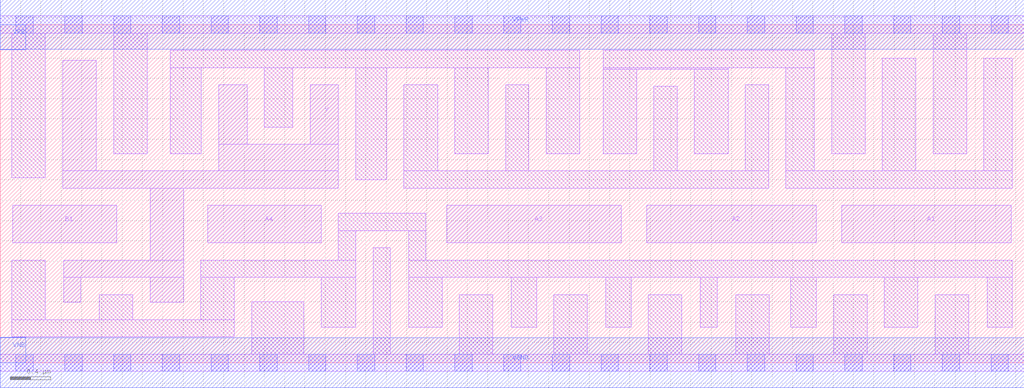
<source format=lef>
# Copyright 2020 The SkyWater PDK Authors
#
# Licensed under the Apache License, Version 2.0 (the "License");
# you may not use this file except in compliance with the License.
# You may obtain a copy of the License at
#
#     https://www.apache.org/licenses/LICENSE-2.0
#
# Unless required by applicable law or agreed to in writing, software
# distributed under the License is distributed on an "AS IS" BASIS,
# WITHOUT WARRANTIES OR CONDITIONS OF ANY KIND, either express or implied.
# See the License for the specific language governing permissions and
# limitations under the License.
#
# SPDX-License-Identifier: Apache-2.0

VERSION 5.5 ;
NAMESCASESENSITIVE ON ;
BUSBITCHARS "[]" ;
DIVIDERCHAR "/" ;
MACRO sky130_fd_sc_ms__o41ai_4
  CLASS CORE ;
  SOURCE USER ;
  ORIGIN  0.000000  0.000000 ;
  SIZE  10.08000 BY  3.330000 ;
  SYMMETRY X Y ;
  SITE unit ;
  PIN A1
    ANTENNAPARTIALMETALSIDEAREA  0.136000 ;
    DIRECTION INPUT ;
    USE SIGNAL ;
    PORT
      LAYER li1 ;
        RECT 8.285000 1.180000 9.955000 1.550000 ;
    END
  END A1
  PIN A2
    ANTENNAPARTIALMETALSIDEAREA  0.136000 ;
    DIRECTION INPUT ;
    USE SIGNAL ;
    PORT
      LAYER li1 ;
        RECT 6.365000 1.180000 8.035000 1.550000 ;
    END
  END A2
  PIN A3
    ANTENNAPARTIALMETALSIDEAREA  0.146000 ;
    DIRECTION INPUT ;
    USE SIGNAL ;
    PORT
      LAYER li1 ;
        RECT 4.395000 1.180000 6.115000 1.550000 ;
    END
  END A3
  PIN A4
    ANTENNAPARTIALMETALSIDEAREA  0.161000 ;
    DIRECTION INPUT ;
    USE SIGNAL ;
    PORT
      LAYER li1 ;
        RECT 2.045000 1.180000 3.160000 1.550000 ;
    END
  END A4
  PIN B1
    ANTENNAPARTIALMETALSIDEAREA  0.142000 ;
    DIRECTION INPUT ;
    USE SIGNAL ;
    PORT
      LAYER li1 ;
        RECT 0.125000 1.180000 1.145000 1.550000 ;
    END
  END B1
  PIN Y
    ANTENNADIFFAREA  1.586200 ;
    ANTENNAPARTIALMETALSIDEAREA  1.389000 ;
    DIRECTION OUTPUT ;
    USE SIGNAL ;
    PORT
      LAYER li1 ;
        RECT 0.615000 1.720000 3.330000 1.890000 ;
        RECT 0.615000 1.890000 0.945000 2.980000 ;
        RECT 0.625000 0.595000 0.795000 0.840000 ;
        RECT 0.625000 0.840000 1.805000 1.010000 ;
        RECT 1.475000 0.595000 1.805000 0.840000 ;
        RECT 1.475000 1.010000 1.805000 1.720000 ;
        RECT 2.150000 1.890000 3.330000 2.150000 ;
        RECT 2.150000 2.150000 2.430000 2.735000 ;
        RECT 3.050000 2.150000 3.330000 2.735000 ;
    END
  END Y
  PIN VGND
    DIRECTION INOUT ;
    USE GROUND ;
    PORT
      LAYER met1 ;
        RECT 0.000000 -0.245000 10.080000 0.245000 ;
    END
  END VGND
  PIN VNB
    DIRECTION INOUT ;
    USE GROUND ;
    PORT
      LAYER met1 ;
        RECT 0.000000 0.000000 0.250000 0.250000 ;
    END
  END VNB
  PIN VPB
    DIRECTION INOUT ;
    USE POWER ;
    PORT
      LAYER met1 ;
        RECT 0.000000 3.080000 0.250000 3.330000 ;
    END
  END VPB
  PIN VPWR
    DIRECTION INOUT ;
    USE POWER ;
    PORT
      LAYER met1 ;
        RECT 0.000000 3.085000 10.080000 3.575000 ;
    END
  END VPWR
  OBS
    LAYER li1 ;
      RECT 0.000000 -0.085000 10.080000 0.085000 ;
      RECT 0.000000  3.245000 10.080000 3.415000 ;
      RECT 0.115000  0.255000  2.305000 0.425000 ;
      RECT 0.115000  0.425000  0.445000 1.010000 ;
      RECT 0.115000  1.820000  0.445000 3.245000 ;
      RECT 0.975000  0.425000  1.305000 0.670000 ;
      RECT 1.115000  2.060000  1.445000 3.245000 ;
      RECT 1.675000  2.060000  1.980000 2.905000 ;
      RECT 1.675000  2.905000  5.705000 3.075000 ;
      RECT 1.975000  0.425000  2.305000 0.840000 ;
      RECT 1.975000  0.840000  3.500000 1.010000 ;
      RECT 2.475000  0.085000  2.990000 0.600000 ;
      RECT 2.600000  2.320000  2.880000 2.905000 ;
      RECT 3.160000  0.350000  3.500000 0.840000 ;
      RECT 3.330000  1.010000  3.500000 1.300000 ;
      RECT 3.330000  1.300000  4.190000 1.470000 ;
      RECT 3.500000  1.800000  3.805000 2.905000 ;
      RECT 3.670000  0.085000  3.840000 1.130000 ;
      RECT 3.975000  1.720000  7.565000 1.890000 ;
      RECT 3.975000  1.890000  4.305000 2.735000 ;
      RECT 4.020000  0.350000  4.350000 0.840000 ;
      RECT 4.020000  0.840000  9.965000 1.010000 ;
      RECT 4.020000  1.010000  4.190000 1.300000 ;
      RECT 4.475000  2.060000  4.805000 2.905000 ;
      RECT 4.520000  0.085000  4.850000 0.670000 ;
      RECT 4.975000  1.890000  5.205000 2.735000 ;
      RECT 5.030000  0.350000  5.280000 0.840000 ;
      RECT 5.375000  2.060000  5.705000 2.905000 ;
      RECT 5.450000  0.085000  5.780000 0.670000 ;
      RECT 5.935000  2.060000  6.265000 2.890000 ;
      RECT 5.935000  2.890000  7.165000 2.905000 ;
      RECT 5.935000  2.905000  8.015000 3.075000 ;
      RECT 5.960000  0.350000  6.210000 0.840000 ;
      RECT 6.380000  0.085000  6.710000 0.670000 ;
      RECT 6.435000  1.890000  6.665000 2.720000 ;
      RECT 6.835000  2.060000  7.165000 2.890000 ;
      RECT 6.890000  0.350000  7.060000 0.840000 ;
      RECT 7.240000  0.085000  7.570000 0.670000 ;
      RECT 7.335000  1.890000  7.565000 2.735000 ;
      RECT 7.735000  1.720000  9.965000 1.890000 ;
      RECT 7.735000  1.890000  8.015000 2.905000 ;
      RECT 7.785000  0.350000  8.035000 0.840000 ;
      RECT 8.185000  2.060000  8.515000 3.245000 ;
      RECT 8.205000  0.085000  8.535000 0.670000 ;
      RECT 8.685000  1.890000  9.015000 3.000000 ;
      RECT 8.705000  0.350000  9.035000 0.840000 ;
      RECT 9.185000  2.060000  9.515000 3.245000 ;
      RECT 9.205000  0.085000  9.535000 0.670000 ;
      RECT 9.685000  1.890000  9.965000 3.000000 ;
      RECT 9.715000  0.350000  9.965000 0.840000 ;
    LAYER mcon ;
      RECT 0.155000 -0.085000 0.325000 0.085000 ;
      RECT 0.155000  3.245000 0.325000 3.415000 ;
      RECT 0.635000 -0.085000 0.805000 0.085000 ;
      RECT 0.635000  3.245000 0.805000 3.415000 ;
      RECT 1.115000 -0.085000 1.285000 0.085000 ;
      RECT 1.115000  3.245000 1.285000 3.415000 ;
      RECT 1.595000 -0.085000 1.765000 0.085000 ;
      RECT 1.595000  3.245000 1.765000 3.415000 ;
      RECT 2.075000 -0.085000 2.245000 0.085000 ;
      RECT 2.075000  3.245000 2.245000 3.415000 ;
      RECT 2.555000 -0.085000 2.725000 0.085000 ;
      RECT 2.555000  3.245000 2.725000 3.415000 ;
      RECT 3.035000 -0.085000 3.205000 0.085000 ;
      RECT 3.035000  3.245000 3.205000 3.415000 ;
      RECT 3.515000 -0.085000 3.685000 0.085000 ;
      RECT 3.515000  3.245000 3.685000 3.415000 ;
      RECT 3.995000 -0.085000 4.165000 0.085000 ;
      RECT 3.995000  3.245000 4.165000 3.415000 ;
      RECT 4.475000 -0.085000 4.645000 0.085000 ;
      RECT 4.475000  3.245000 4.645000 3.415000 ;
      RECT 4.955000 -0.085000 5.125000 0.085000 ;
      RECT 4.955000  3.245000 5.125000 3.415000 ;
      RECT 5.435000 -0.085000 5.605000 0.085000 ;
      RECT 5.435000  3.245000 5.605000 3.415000 ;
      RECT 5.915000 -0.085000 6.085000 0.085000 ;
      RECT 5.915000  3.245000 6.085000 3.415000 ;
      RECT 6.395000 -0.085000 6.565000 0.085000 ;
      RECT 6.395000  3.245000 6.565000 3.415000 ;
      RECT 6.875000 -0.085000 7.045000 0.085000 ;
      RECT 6.875000  3.245000 7.045000 3.415000 ;
      RECT 7.355000 -0.085000 7.525000 0.085000 ;
      RECT 7.355000  3.245000 7.525000 3.415000 ;
      RECT 7.835000 -0.085000 8.005000 0.085000 ;
      RECT 7.835000  3.245000 8.005000 3.415000 ;
      RECT 8.315000 -0.085000 8.485000 0.085000 ;
      RECT 8.315000  3.245000 8.485000 3.415000 ;
      RECT 8.795000 -0.085000 8.965000 0.085000 ;
      RECT 8.795000  3.245000 8.965000 3.415000 ;
      RECT 9.275000 -0.085000 9.445000 0.085000 ;
      RECT 9.275000  3.245000 9.445000 3.415000 ;
      RECT 9.755000 -0.085000 9.925000 0.085000 ;
      RECT 9.755000  3.245000 9.925000 3.415000 ;
  END
END sky130_fd_sc_ms__o41ai_4
END LIBRARY

</source>
